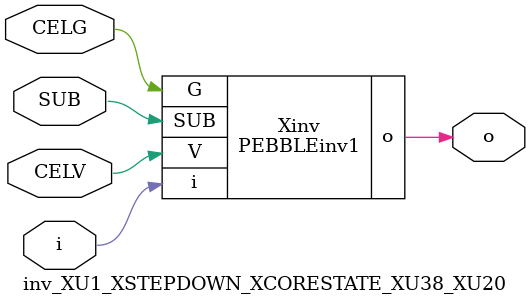
<source format=v>



module PEBBLEinv1 ( o, G, SUB, V, i );

  input V;
  input i;
  input G;
  output o;
  input SUB;
endmodule

//Celera Confidential Do Not Copy inv_XU1_XSTEPDOWN_XCORESTATE_XU38_XU20
//Celera Confidential Symbol Generator
//5V Inverter
module inv_XU1_XSTEPDOWN_XCORESTATE_XU38_XU20 (CELV,CELG,i,o,SUB);
input CELV;
input CELG;
input i;
input SUB;
output o;

//Celera Confidential Do Not Copy inv
PEBBLEinv1 Xinv(
.V (CELV),
.i (i),
.o (o),
.SUB (SUB),
.G (CELG)
);
//,diesize,PEBBLEinv1

//Celera Confidential Do Not Copy Module End
//Celera Schematic Generator
endmodule

</source>
